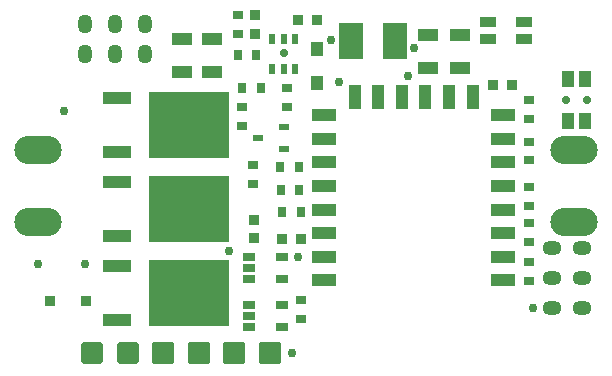
<source format=gbr>
%TF.GenerationSoftware,Altium Limited,Altium Designer,20.1.8 (145)*%
G04 Layer_Color=255*
%FSLAX45Y45*%
%MOMM*%
%TF.SameCoordinates,7C767931-0862-4B48-A7A2-9337087A75ED*%
%TF.FilePolarity,Positive*%
%TF.FileFunction,Pads,Top*%
%TF.Part,Single*%
G01*
G75*
%TA.AperFunction,SMDPad,CuDef*%
G04:AMPARAMS|DCode=10|XSize=0.8mm|YSize=0.8mm|CornerRadius=0.004mm|HoleSize=0mm|Usage=FLASHONLY|Rotation=180.000|XOffset=0mm|YOffset=0mm|HoleType=Round|Shape=RoundedRectangle|*
%AMROUNDEDRECTD10*
21,1,0.80000,0.79200,0,0,180.0*
21,1,0.79200,0.80000,0,0,180.0*
1,1,0.00800,-0.39600,0.39600*
1,1,0.00800,0.39600,0.39600*
1,1,0.00800,0.39600,-0.39600*
1,1,0.00800,-0.39600,-0.39600*
%
%ADD10ROUNDEDRECTD10*%
%ADD11C,0.75000*%
G04:AMPARAMS|DCode=12|XSize=0.8mm|YSize=0.75mm|CornerRadius=0.00375mm|HoleSize=0mm|Usage=FLASHONLY|Rotation=90.000|XOffset=0mm|YOffset=0mm|HoleType=Round|Shape=RoundedRectangle|*
%AMROUNDEDRECTD12*
21,1,0.80000,0.74250,0,0,90.0*
21,1,0.79250,0.75000,0,0,90.0*
1,1,0.00750,0.37125,0.39625*
1,1,0.00750,0.37125,-0.39625*
1,1,0.00750,-0.37125,-0.39625*
1,1,0.00750,-0.37125,0.39625*
%
%ADD12ROUNDEDRECTD12*%
G04:AMPARAMS|DCode=13|XSize=0.8mm|YSize=0.75mm|CornerRadius=0.00375mm|HoleSize=0mm|Usage=FLASHONLY|Rotation=0.000|XOffset=0mm|YOffset=0mm|HoleType=Round|Shape=RoundedRectangle|*
%AMROUNDEDRECTD13*
21,1,0.80000,0.74250,0,0,0.0*
21,1,0.79250,0.75000,0,0,0.0*
1,1,0.00750,0.39625,-0.37125*
1,1,0.00750,-0.39625,-0.37125*
1,1,0.00750,-0.39625,0.37125*
1,1,0.00750,0.39625,0.37125*
%
%ADD13ROUNDEDRECTD13*%
G04:AMPARAMS|DCode=14|XSize=0.95mm|YSize=2.4mm|CornerRadius=0.00475mm|HoleSize=0mm|Usage=FLASHONLY|Rotation=90.000|XOffset=0mm|YOffset=0mm|HoleType=Round|Shape=RoundedRectangle|*
%AMROUNDEDRECTD14*
21,1,0.95000,2.39050,0,0,90.0*
21,1,0.94050,2.40000,0,0,90.0*
1,1,0.00950,1.19525,0.47025*
1,1,0.00950,1.19525,-0.47025*
1,1,0.00950,-1.19525,-0.47025*
1,1,0.00950,-1.19525,0.47025*
%
%ADD14ROUNDEDRECTD14*%
G04:AMPARAMS|DCode=15|XSize=5.55mm|YSize=6.8mm|CornerRadius=0.02775mm|HoleSize=0mm|Usage=FLASHONLY|Rotation=90.000|XOffset=0mm|YOffset=0mm|HoleType=Round|Shape=RoundedRectangle|*
%AMROUNDEDRECTD15*
21,1,5.55000,6.74450,0,0,90.0*
21,1,5.49450,6.80000,0,0,90.0*
1,1,0.05550,3.37225,2.74725*
1,1,0.05550,3.37225,-2.74725*
1,1,0.05550,-3.37225,-2.74725*
1,1,0.05550,-3.37225,2.74725*
%
%ADD15ROUNDEDRECTD15*%
G04:AMPARAMS|DCode=16|XSize=1.65mm|YSize=0.95mm|CornerRadius=0.00475mm|HoleSize=0mm|Usage=FLASHONLY|Rotation=0.000|XOffset=0mm|YOffset=0mm|HoleType=Round|Shape=RoundedRectangle|*
%AMROUNDEDRECTD16*
21,1,1.65000,0.94050,0,0,0.0*
21,1,1.64050,0.95000,0,0,0.0*
1,1,0.00950,0.82025,-0.47025*
1,1,0.00950,-0.82025,-0.47025*
1,1,0.00950,-0.82025,0.47025*
1,1,0.00950,0.82025,0.47025*
%
%ADD16ROUNDEDRECTD16*%
G04:AMPARAMS|DCode=17|XSize=0.8mm|YSize=0.8mm|CornerRadius=0.004mm|HoleSize=0mm|Usage=FLASHONLY|Rotation=90.000|XOffset=0mm|YOffset=0mm|HoleType=Round|Shape=RoundedRectangle|*
%AMROUNDEDRECTD17*
21,1,0.80000,0.79200,0,0,90.0*
21,1,0.79200,0.80000,0,0,90.0*
1,1,0.00800,0.39600,0.39600*
1,1,0.00800,0.39600,-0.39600*
1,1,0.00800,-0.39600,-0.39600*
1,1,0.00800,-0.39600,0.39600*
%
%ADD17ROUNDEDRECTD17*%
G04:AMPARAMS|DCode=18|XSize=0.54mm|YSize=0.9mm|CornerRadius=0.0027mm|HoleSize=0mm|Usage=FLASHONLY|Rotation=0.000|XOffset=0mm|YOffset=0mm|HoleType=Round|Shape=RoundedRectangle|*
%AMROUNDEDRECTD18*
21,1,0.54000,0.89460,0,0,0.0*
21,1,0.53460,0.90000,0,0,0.0*
1,1,0.00540,0.26730,-0.44730*
1,1,0.00540,-0.26730,-0.44730*
1,1,0.00540,-0.26730,0.44730*
1,1,0.00540,0.26730,0.44730*
%
%ADD18ROUNDEDRECTD18*%
G04:AMPARAMS|DCode=19|XSize=0.6mm|YSize=1.05mm|CornerRadius=0.03mm|HoleSize=0mm|Usage=FLASHONLY|Rotation=90.000|XOffset=0mm|YOffset=0mm|HoleType=Round|Shape=RoundedRectangle|*
%AMROUNDEDRECTD19*
21,1,0.60000,0.99000,0,0,90.0*
21,1,0.54000,1.05000,0,0,90.0*
1,1,0.06000,0.49500,0.27000*
1,1,0.06000,0.49500,-0.27000*
1,1,0.06000,-0.49500,-0.27000*
1,1,0.06000,-0.49500,0.27000*
%
%ADD19ROUNDEDRECTD19*%
%TA.AperFunction,ConnectorPad*%
G04:AMPARAMS|DCode=20|XSize=1mm|YSize=2mm|CornerRadius=0.005mm|HoleSize=0mm|Usage=FLASHONLY|Rotation=270.000|XOffset=0mm|YOffset=0mm|HoleType=Round|Shape=RoundedRectangle|*
%AMROUNDEDRECTD20*
21,1,1.00000,1.99000,0,0,270.0*
21,1,0.99000,2.00000,0,0,270.0*
1,1,0.01000,-0.99500,-0.49500*
1,1,0.01000,-0.99500,0.49500*
1,1,0.01000,0.99500,0.49500*
1,1,0.01000,0.99500,-0.49500*
%
%ADD20ROUNDEDRECTD20*%
G04:AMPARAMS|DCode=21|XSize=1mm|YSize=2mm|CornerRadius=0.005mm|HoleSize=0mm|Usage=FLASHONLY|Rotation=0.000|XOffset=0mm|YOffset=0mm|HoleType=Round|Shape=RoundedRectangle|*
%AMROUNDEDRECTD21*
21,1,1.00000,1.99000,0,0,0.0*
21,1,0.99000,2.00000,0,0,0.0*
1,1,0.01000,0.49500,-0.99500*
1,1,0.01000,-0.49500,-0.99500*
1,1,0.01000,-0.49500,0.99500*
1,1,0.01000,0.49500,0.99500*
%
%ADD21ROUNDEDRECTD21*%
%TA.AperFunction,SMDPad,CuDef*%
%ADD22R,2.00000X3.10000*%
%TA.AperFunction,ConnectorPad*%
G04:AMPARAMS|DCode=23|XSize=1.4mm|YSize=1.05mm|CornerRadius=0.00525mm|HoleSize=0mm|Usage=FLASHONLY|Rotation=90.000|XOffset=0mm|YOffset=0mm|HoleType=Round|Shape=RoundedRectangle|*
%AMROUNDEDRECTD23*
21,1,1.40000,1.03950,0,0,90.0*
21,1,1.38950,1.05000,0,0,90.0*
1,1,0.01050,0.51975,0.69475*
1,1,0.01050,0.51975,-0.69475*
1,1,0.01050,-0.51975,-0.69475*
1,1,0.01050,-0.51975,0.69475*
%
%ADD23ROUNDEDRECTD23*%
%TA.AperFunction,SMDPad,CuDef*%
%ADD24R,1.05000X1.25000*%
G04:AMPARAMS|DCode=25|XSize=0.8mm|YSize=1.4mm|CornerRadius=0.004mm|HoleSize=0mm|Usage=FLASHONLY|Rotation=90.000|XOffset=0mm|YOffset=0mm|HoleType=Round|Shape=RoundedRectangle|*
%AMROUNDEDRECTD25*
21,1,0.80000,1.39200,0,0,90.0*
21,1,0.79200,1.40000,0,0,90.0*
1,1,0.00800,0.69600,0.39600*
1,1,0.00800,0.69600,-0.39600*
1,1,0.00800,-0.69600,-0.39600*
1,1,0.00800,-0.69600,0.39600*
%
%ADD25ROUNDEDRECTD25*%
G04:AMPARAMS|DCode=26|XSize=0.55mm|YSize=0.8mm|CornerRadius=0.00275mm|HoleSize=0mm|Usage=FLASHONLY|Rotation=270.000|XOffset=0mm|YOffset=0mm|HoleType=Round|Shape=RoundedRectangle|*
%AMROUNDEDRECTD26*
21,1,0.55000,0.79450,0,0,270.0*
21,1,0.54450,0.80000,0,0,270.0*
1,1,0.00550,-0.39725,-0.27225*
1,1,0.00550,-0.39725,0.27225*
1,1,0.00550,0.39725,0.27225*
1,1,0.00550,0.39725,-0.27225*
%
%ADD26ROUNDEDRECTD26*%
%TA.AperFunction,ViaPad*%
%ADD31O,4.00000X2.40000*%
%TA.AperFunction,ComponentPad*%
%ADD32O,1.60000X1.25000*%
%ADD33O,1.25000X1.60000*%
%ADD34C,0.70000*%
G04:AMPARAMS|DCode=35|XSize=1.8mm|YSize=1.8mm|CornerRadius=0.09mm|HoleSize=0mm|Usage=FLASHONLY|Rotation=0.000|XOffset=0mm|YOffset=0mm|HoleType=Round|Shape=RoundedRectangle|*
%AMROUNDEDRECTD35*
21,1,1.80000,1.62000,0,0,0.0*
21,1,1.62000,1.80000,0,0,0.0*
1,1,0.18000,0.81000,-0.81000*
1,1,0.18000,-0.81000,-0.81000*
1,1,0.18000,-0.81000,0.81000*
1,1,0.18000,0.81000,0.81000*
%
%ADD35ROUNDEDRECTD35*%
G04:AMPARAMS|DCode=36|XSize=1.8mm|YSize=1.8mm|CornerRadius=0.18mm|HoleSize=0mm|Usage=FLASHONLY|Rotation=180.000|XOffset=0mm|YOffset=0mm|HoleType=Round|Shape=RoundedRectangle|*
%AMROUNDEDRECTD36*
21,1,1.80000,1.44000,0,0,180.0*
21,1,1.44000,1.80000,0,0,180.0*
1,1,0.36000,-0.72000,0.72000*
1,1,0.36000,0.72000,0.72000*
1,1,0.36000,0.72000,-0.72000*
1,1,0.36000,-0.72000,-0.72000*
%
%ADD36ROUNDEDRECTD36*%
%TA.AperFunction,ViaPad*%
%ADD37C,0.70000*%
D10*
X2070398Y2939380D02*
D03*
Y3099380D02*
D03*
X2058138Y1368861D02*
D03*
Y1208860D02*
D03*
D11*
X233680Y990600D02*
D03*
X452120Y2288540D02*
D03*
X2781300Y2532380D02*
D03*
X2713920Y2887362D02*
D03*
X629920Y990600D02*
D03*
X3413760Y2819400D02*
D03*
X1846617Y1101408D02*
D03*
X2385060Y241100D02*
D03*
X4419600Y617020D02*
D03*
X3362960Y2583180D02*
D03*
X2435860Y1054100D02*
D03*
D12*
X1920328Y2761849D02*
D03*
X2080328D02*
D03*
X2442900Y1810011D02*
D03*
X2282900D02*
D03*
X2444705Y1619136D02*
D03*
X2284704D02*
D03*
X1957123Y2484542D02*
D03*
X2117124D02*
D03*
X2453852Y1433340D02*
D03*
X2293852D02*
D03*
D13*
X1920322Y3100384D02*
D03*
Y2940384D02*
D03*
X4388613Y2028900D02*
D03*
Y1868900D02*
D03*
Y1645745D02*
D03*
Y1485745D02*
D03*
Y2379579D02*
D03*
Y2219578D02*
D03*
X4388680Y846620D02*
D03*
Y1006620D02*
D03*
X4388613Y1176600D02*
D03*
Y1336600D02*
D03*
X2336817Y2318694D02*
D03*
Y2478694D02*
D03*
X1954583Y2158694D02*
D03*
Y2318694D02*
D03*
X2050518Y1671133D02*
D03*
Y1831133D02*
D03*
X2455865Y530650D02*
D03*
Y690650D02*
D03*
D14*
X896475Y977165D02*
D03*
Y519165D02*
D03*
Y1684810D02*
D03*
Y1226810D02*
D03*
Y2397535D02*
D03*
Y1939535D02*
D03*
D15*
X1506475Y748165D02*
D03*
Y1455810D02*
D03*
Y2168535D02*
D03*
D16*
X1704360Y2620438D02*
D03*
Y2900438D02*
D03*
X3806335Y2929594D02*
D03*
Y2649594D02*
D03*
X3536710Y2929594D02*
D03*
Y2649594D02*
D03*
X1447828Y2620438D02*
D03*
Y2900438D02*
D03*
D17*
X2433879Y3058550D02*
D03*
X2593879D02*
D03*
X2455038Y1200415D02*
D03*
X2295038D02*
D03*
X4084480Y2512284D02*
D03*
X4244480D02*
D03*
X332909Y682174D02*
D03*
X637909D02*
D03*
D18*
X2215171Y2639429D02*
D03*
X2310171D02*
D03*
X2405171D02*
D03*
X2215171Y2894429D02*
D03*
X2310171D02*
D03*
X2405171D02*
D03*
D19*
X2020038Y1053265D02*
D03*
Y958265D02*
D03*
Y863265D02*
D03*
X2295038D02*
D03*
Y1053265D02*
D03*
X2020038Y648520D02*
D03*
Y553520D02*
D03*
Y458520D02*
D03*
X2295038D02*
D03*
Y648520D02*
D03*
D20*
X4171115Y853660D02*
D03*
Y2053660D02*
D03*
X2651115Y2253660D02*
D03*
X4171115Y1053660D02*
D03*
Y1253660D02*
D03*
Y1453660D02*
D03*
Y1653660D02*
D03*
Y1853660D02*
D03*
Y2253660D02*
D03*
X2651115Y2053660D02*
D03*
Y1853660D02*
D03*
Y1653660D02*
D03*
Y1453660D02*
D03*
Y1253660D02*
D03*
Y1053660D02*
D03*
Y853660D02*
D03*
D21*
X3911115Y2403660D02*
D03*
X3711115D02*
D03*
X3511115D02*
D03*
X3311115D02*
D03*
X3111115D02*
D03*
X2911115D02*
D03*
D22*
X3249345Y2876520D02*
D03*
X2879345D02*
D03*
D23*
X4717516Y2560000D02*
D03*
X4862516D02*
D03*
Y2200000D02*
D03*
X4717516D02*
D03*
D24*
X2593879Y2526059D02*
D03*
Y2811059D02*
D03*
D25*
X4343846Y3044034D02*
D03*
Y2894034D02*
D03*
X4043846D02*
D03*
Y3044034D02*
D03*
D26*
X2316823Y1966001D02*
D03*
Y2156001D02*
D03*
X2096823Y2061001D02*
D03*
D31*
X232500Y1345042D02*
D03*
X4767500D02*
D03*
Y1955020D02*
D03*
X232500D02*
D03*
D32*
X4580860Y1125020D02*
D03*
Y871020D02*
D03*
Y617020D02*
D03*
X4834860D02*
D03*
Y871020D02*
D03*
Y1125020D02*
D03*
D33*
X1135263Y2774187D02*
D03*
X881263D02*
D03*
X627263D02*
D03*
Y3028187D02*
D03*
X881263D02*
D03*
X1135263D02*
D03*
D34*
X4880016Y2380000D02*
D03*
X4700016D02*
D03*
D35*
X2190834Y241300D02*
D03*
X1290834D02*
D03*
X1590834D02*
D03*
X1890834D02*
D03*
D36*
X690880D02*
D03*
X990880D02*
D03*
D37*
X2310171Y2782808D02*
D03*
%TF.MD5,3b4a26413e02ccd1f94014e1a75a6ded*%
M02*

</source>
